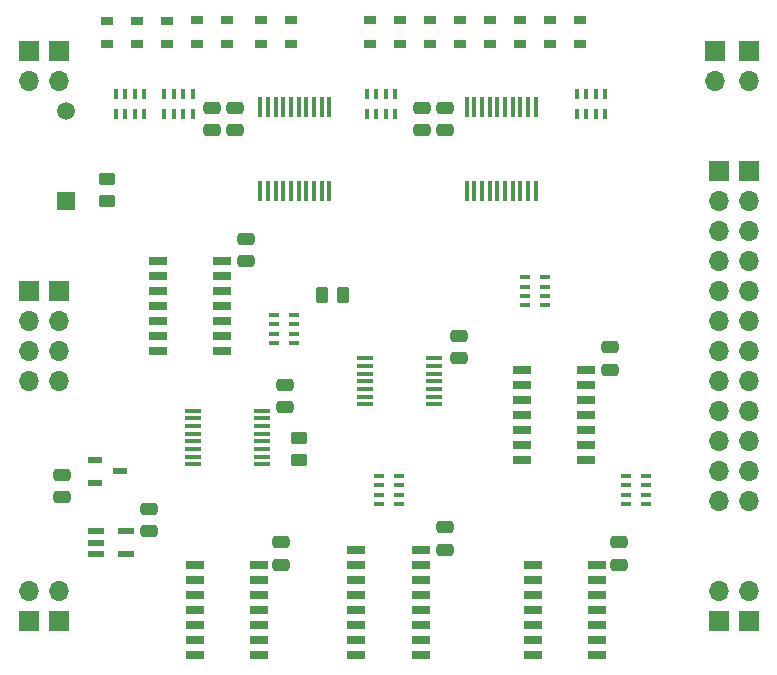
<source format=gbr>
%TF.GenerationSoftware,KiCad,Pcbnew,(6.0.5)*%
%TF.CreationDate,2022-07-28T21:31:30+02:00*%
%TF.ProjectId,Clock,436c6f63-6b2e-46b6-9963-61645f706362,rev?*%
%TF.SameCoordinates,Original*%
%TF.FileFunction,Soldermask,Top*%
%TF.FilePolarity,Negative*%
%FSLAX46Y46*%
G04 Gerber Fmt 4.6, Leading zero omitted, Abs format (unit mm)*
G04 Created by KiCad (PCBNEW (6.0.5)) date 2022-07-28 21:31:30*
%MOMM*%
%LPD*%
G01*
G04 APERTURE LIST*
G04 Aperture macros list*
%AMRoundRect*
0 Rectangle with rounded corners*
0 $1 Rounding radius*
0 $2 $3 $4 $5 $6 $7 $8 $9 X,Y pos of 4 corners*
0 Add a 4 corners polygon primitive as box body*
4,1,4,$2,$3,$4,$5,$6,$7,$8,$9,$2,$3,0*
0 Add four circle primitives for the rounded corners*
1,1,$1+$1,$2,$3*
1,1,$1+$1,$4,$5*
1,1,$1+$1,$6,$7*
1,1,$1+$1,$8,$9*
0 Add four rect primitives between the rounded corners*
20,1,$1+$1,$2,$3,$4,$5,0*
20,1,$1+$1,$4,$5,$6,$7,0*
20,1,$1+$1,$6,$7,$8,$9,0*
20,1,$1+$1,$8,$9,$2,$3,0*%
G04 Aperture macros list end*
%ADD10RoundRect,0.250000X-0.475000X0.250000X-0.475000X-0.250000X0.475000X-0.250000X0.475000X0.250000X0*%
%ADD11R,1.509000X1.509000*%
%ADD12C,1.509000*%
%ADD13R,0.450000X1.800000*%
%ADD14R,0.900000X0.425000*%
%ADD15R,1.250000X0.600000*%
%ADD16RoundRect,0.250000X0.475000X-0.250000X0.475000X0.250000X-0.475000X0.250000X-0.475000X-0.250000X0*%
%ADD17RoundRect,0.250000X0.262500X0.450000X-0.262500X0.450000X-0.262500X-0.450000X0.262500X-0.450000X0*%
%ADD18R,1.475000X0.450000*%
%ADD19R,1.000000X0.800000*%
%ADD20R,0.425000X0.900000*%
%ADD21R,1.550000X0.650000*%
%ADD22RoundRect,0.250000X0.450000X-0.262500X0.450000X0.262500X-0.450000X0.262500X-0.450000X-0.262500X0*%
%ADD23RoundRect,0.250000X-0.450000X0.262500X-0.450000X-0.262500X0.450000X-0.262500X0.450000X0.262500X0*%
%ADD24R,1.400000X0.600000*%
%ADD25R,1.700000X1.700000*%
%ADD26O,1.700000X1.700000*%
G04 APERTURE END LIST*
D10*
%TO.C,C4*%
X114617500Y-101301000D03*
X114617500Y-103201000D03*
%TD*%
D11*
%TO.C,S1*%
X84455000Y-109220000D03*
D12*
X84455000Y-101600000D03*
%TD*%
D13*
%TO.C,IC7*%
X100897500Y-108325000D03*
X101547500Y-108325000D03*
X102197500Y-108325000D03*
X102847500Y-108325000D03*
X103497500Y-108325000D03*
X104147500Y-108325000D03*
X104797500Y-108325000D03*
X105447500Y-108325000D03*
X106097500Y-108325000D03*
X106747500Y-108325000D03*
X106747500Y-101225000D03*
X106097500Y-101225000D03*
X105447500Y-101225000D03*
X104797500Y-101225000D03*
X104147500Y-101225000D03*
X103497500Y-101225000D03*
X102847500Y-101225000D03*
X102197500Y-101225000D03*
X101547500Y-101225000D03*
X100897500Y-101225000D03*
%TD*%
D14*
%TO.C,RN6*%
X110910000Y-132467500D03*
X110910000Y-133267500D03*
X110910000Y-134067500D03*
X110910000Y-134867500D03*
X112610000Y-134867500D03*
X112610000Y-134067500D03*
X112610000Y-133267500D03*
X112610000Y-132467500D03*
%TD*%
D15*
%TO.C,IC1*%
X86897500Y-131130000D03*
X86897500Y-133030000D03*
X88997500Y-132080000D03*
%TD*%
D16*
%TO.C,C8*%
X99695000Y-114281500D03*
X99695000Y-112381500D03*
%TD*%
D17*
%TO.C,R2*%
X107910000Y-117167500D03*
X106085000Y-117167500D03*
%TD*%
D18*
%TO.C,IC6*%
X109774500Y-122510000D03*
X109774500Y-123160000D03*
X109774500Y-123810000D03*
X109774500Y-124460000D03*
X109774500Y-125110000D03*
X109774500Y-125760000D03*
X109774500Y-126410000D03*
X115650500Y-126410000D03*
X115650500Y-125760000D03*
X115650500Y-125110000D03*
X115650500Y-124460000D03*
X115650500Y-123810000D03*
X115650500Y-123160000D03*
X115650500Y-122510000D03*
%TD*%
D19*
%TO.C,LED3*%
X115252500Y-95903000D03*
X115252500Y-93903000D03*
%TD*%
D10*
%TO.C,C3*%
X96837500Y-101301000D03*
X96837500Y-103201000D03*
%TD*%
D19*
%TO.C,LD11*%
X100965000Y-95885000D03*
X100965000Y-93885000D03*
%TD*%
D16*
%TO.C,C9*%
X117712000Y-122491500D03*
X117712000Y-120591500D03*
%TD*%
D19*
%TO.C,LED6*%
X122872500Y-95903000D03*
X122872500Y-93903000D03*
%TD*%
D20*
%TO.C,RN3*%
X92780000Y-101815000D03*
X93580000Y-101815000D03*
X94380000Y-101815000D03*
X95180000Y-101815000D03*
X95180000Y-100115000D03*
X94380000Y-100115000D03*
X93580000Y-100115000D03*
X92780000Y-100115000D03*
%TD*%
D14*
%TO.C,RN4*%
X131865000Y-132467500D03*
X131865000Y-133267500D03*
X131865000Y-134067500D03*
X131865000Y-134867500D03*
X133565000Y-134867500D03*
X133565000Y-134067500D03*
X133565000Y-133267500D03*
X133565000Y-132467500D03*
%TD*%
D19*
%TO.C,LD15*%
X93027500Y-95916500D03*
X93027500Y-93916500D03*
%TD*%
%TO.C,LED7*%
X125412500Y-95903000D03*
X125412500Y-93903000D03*
%TD*%
D18*
%TO.C,IC2*%
X95169500Y-126947500D03*
X95169500Y-127597500D03*
X95169500Y-128247500D03*
X95169500Y-128897500D03*
X95169500Y-129547500D03*
X95169500Y-130197500D03*
X95169500Y-130847500D03*
X95169500Y-131497500D03*
X101045500Y-131497500D03*
X101045500Y-130847500D03*
X101045500Y-130197500D03*
X101045500Y-129547500D03*
X101045500Y-128897500D03*
X101045500Y-128247500D03*
X101045500Y-127597500D03*
X101045500Y-126947500D03*
%TD*%
D14*
%TO.C,RN5*%
X102020000Y-118815000D03*
X102020000Y-119615000D03*
X102020000Y-120415000D03*
X102020000Y-121215000D03*
X103720000Y-121215000D03*
X103720000Y-120415000D03*
X103720000Y-119615000D03*
X103720000Y-118815000D03*
%TD*%
D21*
%TO.C,IC3*%
X92207500Y-114300000D03*
X92207500Y-115570000D03*
X92207500Y-116840000D03*
X92207500Y-118110000D03*
X92207500Y-119380000D03*
X92207500Y-120650000D03*
X92207500Y-121920000D03*
X97657500Y-121920000D03*
X97657500Y-120650000D03*
X97657500Y-119380000D03*
X97657500Y-118110000D03*
X97657500Y-116840000D03*
X97657500Y-115570000D03*
X97657500Y-114300000D03*
%TD*%
D16*
%TO.C,C2*%
X91440000Y-137141500D03*
X91440000Y-135241500D03*
%TD*%
%TO.C,C11*%
X130492500Y-123489000D03*
X130492500Y-121589000D03*
%TD*%
%TO.C,C1*%
X84137500Y-134284000D03*
X84137500Y-132384000D03*
%TD*%
D21*
%TO.C,IC9*%
X123971500Y-140017500D03*
X123971500Y-141287500D03*
X123971500Y-142557500D03*
X123971500Y-143827500D03*
X123971500Y-145097500D03*
X123971500Y-146367500D03*
X123971500Y-147637500D03*
X129393500Y-147637500D03*
X129393500Y-146367500D03*
X129393500Y-145097500D03*
X129393500Y-143827500D03*
X129393500Y-142557500D03*
X129393500Y-141287500D03*
X129393500Y-140017500D03*
%TD*%
D19*
%TO.C,LD12*%
X103505000Y-95903800D03*
X103505000Y-93903800D03*
%TD*%
%TO.C,LED8*%
X127952500Y-95903000D03*
X127952500Y-93903000D03*
%TD*%
D10*
%TO.C,C13*%
X116522500Y-101301000D03*
X116522500Y-103201000D03*
%TD*%
D16*
%TO.C,C10*%
X116522500Y-138726500D03*
X116522500Y-136826500D03*
%TD*%
D21*
%TO.C,IC4*%
X95382500Y-140017500D03*
X95382500Y-141287500D03*
X95382500Y-142557500D03*
X95382500Y-143827500D03*
X95382500Y-145097500D03*
X95382500Y-146367500D03*
X95382500Y-147637500D03*
X100832500Y-147637500D03*
X100832500Y-146367500D03*
X100832500Y-145097500D03*
X100832500Y-143827500D03*
X100832500Y-142557500D03*
X100832500Y-141287500D03*
X100832500Y-140017500D03*
%TD*%
D19*
%TO.C,LD10*%
X98107500Y-95885000D03*
X98107500Y-93885000D03*
%TD*%
D13*
%TO.C,IC5*%
X118360000Y-108325000D03*
X119010000Y-108325000D03*
X119660000Y-108325000D03*
X120310000Y-108325000D03*
X120960000Y-108325000D03*
X121610000Y-108325000D03*
X122260000Y-108325000D03*
X122910000Y-108325000D03*
X123560000Y-108325000D03*
X124210000Y-108325000D03*
X124210000Y-101225000D03*
X123560000Y-101225000D03*
X122910000Y-101225000D03*
X122260000Y-101225000D03*
X121610000Y-101225000D03*
X120960000Y-101225000D03*
X120310000Y-101225000D03*
X119660000Y-101225000D03*
X119010000Y-101225000D03*
X118360000Y-101225000D03*
%TD*%
D22*
%TO.C,R3*%
X87937500Y-109180000D03*
X87937500Y-107355000D03*
%TD*%
D23*
%TO.C,R1*%
X104150000Y-129262500D03*
X104150000Y-131087500D03*
%TD*%
D19*
%TO.C,LD13*%
X87947500Y-95916500D03*
X87947500Y-93916500D03*
%TD*%
D10*
%TO.C,C5*%
X98742500Y-101301000D03*
X98742500Y-103201000D03*
%TD*%
D19*
%TO.C,LED1*%
X110172500Y-95903000D03*
X110172500Y-93903000D03*
%TD*%
%TO.C,LD14*%
X90487500Y-95916500D03*
X90487500Y-93916500D03*
%TD*%
%TO.C,LED2*%
X112712500Y-95903000D03*
X112712500Y-93903000D03*
%TD*%
D20*
%TO.C,RN1*%
X109925000Y-101815000D03*
X110725000Y-101815000D03*
X111525000Y-101815000D03*
X112325000Y-101815000D03*
X112325000Y-100115000D03*
X111525000Y-100115000D03*
X110725000Y-100115000D03*
X109925000Y-100115000D03*
%TD*%
%TO.C,RN2*%
X127705000Y-101815000D03*
X128505000Y-101815000D03*
X129305000Y-101815000D03*
X130105000Y-101815000D03*
X130105000Y-100115000D03*
X129305000Y-100115000D03*
X128505000Y-100115000D03*
X127705000Y-100115000D03*
%TD*%
D21*
%TO.C,IC8*%
X109035000Y-138747500D03*
X109035000Y-140017500D03*
X109035000Y-141287500D03*
X109035000Y-142557500D03*
X109035000Y-143827500D03*
X109035000Y-145097500D03*
X109035000Y-146367500D03*
X109035000Y-147637500D03*
X114485000Y-147637500D03*
X114485000Y-146367500D03*
X114485000Y-145097500D03*
X114485000Y-143827500D03*
X114485000Y-142557500D03*
X114485000Y-141287500D03*
X114485000Y-140017500D03*
X114485000Y-138747500D03*
%TD*%
D19*
%TO.C,LED9*%
X95567500Y-95885000D03*
X95567500Y-93885000D03*
%TD*%
D16*
%TO.C,C12*%
X102685000Y-140001500D03*
X102685000Y-138101500D03*
%TD*%
D19*
%TO.C,LED4*%
X117792500Y-95903000D03*
X117792500Y-93903000D03*
%TD*%
D16*
%TO.C,C6*%
X131312500Y-140001500D03*
X131312500Y-138101500D03*
%TD*%
D19*
%TO.C,LED5*%
X120332500Y-95903000D03*
X120332500Y-93903000D03*
%TD*%
D24*
%TO.C,IC11*%
X87015000Y-137162500D03*
X87015000Y-138112500D03*
X87015000Y-139062500D03*
X89515000Y-139062500D03*
X89515000Y-137162500D03*
%TD*%
D16*
%TO.C,C7*%
X103002500Y-126664000D03*
X103002500Y-124764000D03*
%TD*%
D14*
%TO.C,RN8*%
X124992500Y-118040000D03*
X124992500Y-117240000D03*
X124992500Y-116440000D03*
X124992500Y-115640000D03*
X123292500Y-115640000D03*
X123292500Y-116440000D03*
X123292500Y-117240000D03*
X123292500Y-118040000D03*
%TD*%
D20*
%TO.C,RN7*%
X88652500Y-101815000D03*
X89452500Y-101815000D03*
X90252500Y-101815000D03*
X91052500Y-101815000D03*
X91052500Y-100115000D03*
X90252500Y-100115000D03*
X89452500Y-100115000D03*
X88652500Y-100115000D03*
%TD*%
D21*
%TO.C,IC10*%
X123019000Y-123507500D03*
X123019000Y-124777500D03*
X123019000Y-126047500D03*
X123019000Y-127317500D03*
X123019000Y-128587500D03*
X123019000Y-129857500D03*
X123019000Y-131127500D03*
X128441000Y-131127500D03*
X128441000Y-129857500D03*
X128441000Y-128587500D03*
X128441000Y-127317500D03*
X128441000Y-126047500D03*
X128441000Y-124777500D03*
X128441000Y-123507500D03*
%TD*%
D25*
%TO.C,J9*%
X81280000Y-96520000D03*
D26*
X81280000Y-99060000D03*
%TD*%
D25*
%TO.C,J11*%
X139700000Y-106680000D03*
D26*
X139700000Y-109220000D03*
X139700000Y-111760000D03*
X139700000Y-114300000D03*
X139700000Y-116840000D03*
X139700000Y-119380000D03*
X139700000Y-121920000D03*
X139700000Y-124460000D03*
X139700000Y-127000000D03*
X139700000Y-129540000D03*
X139700000Y-132080000D03*
X139700000Y-134620000D03*
%TD*%
D25*
%TO.C,J8*%
X142240000Y-106680000D03*
D26*
X142240000Y-109220000D03*
X142240000Y-111760000D03*
X142240000Y-114300000D03*
X142240000Y-116840000D03*
X142240000Y-119380000D03*
X142240000Y-121920000D03*
X142240000Y-124460000D03*
X142240000Y-127000000D03*
X142240000Y-129540000D03*
X142240000Y-132080000D03*
X142240000Y-134620000D03*
%TD*%
D25*
%TO.C,J4*%
X142240000Y-96520000D03*
D26*
X142240000Y-99060000D03*
%TD*%
D25*
%TO.C,J5*%
X81280000Y-116840000D03*
D26*
X81280000Y-119380000D03*
X81280000Y-121920000D03*
X81280000Y-124460000D03*
%TD*%
D25*
%TO.C,J1*%
X139382500Y-96520000D03*
D26*
X139382500Y-99060000D03*
%TD*%
D25*
%TO.C,J3*%
X83820000Y-144785000D03*
D26*
X83820000Y-142245000D03*
%TD*%
D25*
%TO.C,J12*%
X83820000Y-96520000D03*
D26*
X83820000Y-99060000D03*
%TD*%
D25*
%TO.C,J6*%
X81280000Y-144785000D03*
D26*
X81280000Y-142245000D03*
%TD*%
D25*
%TO.C,J2*%
X83820000Y-116840000D03*
D26*
X83820000Y-119380000D03*
X83820000Y-121920000D03*
X83820000Y-124460000D03*
%TD*%
D25*
%TO.C,J10*%
X142240000Y-144780000D03*
D26*
X142240000Y-142240000D03*
%TD*%
D25*
%TO.C,J7*%
X139700000Y-144780000D03*
D26*
X139700000Y-142240000D03*
%TD*%
M02*

</source>
